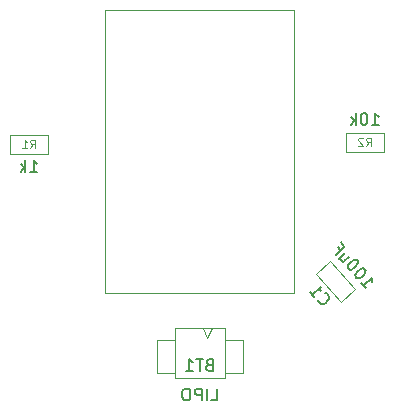
<source format=gbr>
G04 #@! TF.GenerationSoftware,KiCad,Pcbnew,(2017-05-14 revision 14bb238b3)-makepkg*
G04 #@! TF.CreationDate,2017-07-07T13:01:09-06:00*
G04 #@! TF.ProjectId,001,3030312E6B696361645F706362000000,rev?*
G04 #@! TF.FileFunction,Other,Fab,Bot*
%FSLAX46Y46*%
G04 Gerber Fmt 4.6, Leading zero omitted, Abs format (unit mm)*
G04 Created by KiCad (PCBNEW (2017-05-14 revision 14bb238b3)-makepkg) date 07/07/17 13:01:09*
%MOMM*%
%LPD*%
G01*
G04 APERTURE LIST*
%ADD10C,0.100000*%
%ADD11C,0.050000*%
%ADD12C,0.150000*%
%ADD13C,0.105000*%
G04 APERTURE END LIST*
D10*
D11*
X138112020Y-83707360D02*
X138112020Y-59707360D01*
X138104020Y-59707360D02*
X122104020Y-59707360D01*
X122104020Y-59707360D02*
X122104020Y-83707360D01*
X122104020Y-83707360D02*
X138104020Y-83707360D01*
D10*
X139925395Y-82070433D02*
X142066613Y-84448496D01*
X142066613Y-84448496D02*
X143255645Y-83377887D01*
X143255645Y-83377887D02*
X141114427Y-80999824D01*
X141114427Y-80999824D02*
X139925395Y-82070433D01*
X117231720Y-70290960D02*
X114031720Y-70290960D01*
X114031720Y-70290960D02*
X114031720Y-71890960D01*
X114031720Y-71890960D02*
X117231720Y-71890960D01*
X117231720Y-71890960D02*
X117231720Y-70290960D01*
X142479720Y-71713160D02*
X145679720Y-71713160D01*
X145679720Y-71713160D02*
X145679720Y-70113160D01*
X145679720Y-70113160D02*
X142479720Y-70113160D01*
X142479720Y-70113160D02*
X142479720Y-71713160D01*
X130334720Y-86671560D02*
X131134720Y-86671560D01*
X130734720Y-87471560D02*
X130334720Y-86671560D01*
X131134720Y-86671560D02*
X130734720Y-87471560D01*
X133734720Y-90471560D02*
X132234720Y-90471560D01*
X133734720Y-87671560D02*
X133734720Y-90471560D01*
X132234720Y-87671560D02*
X133734720Y-87671560D01*
X126484720Y-90471560D02*
X127984720Y-90471560D01*
X126484720Y-87671560D02*
X126484720Y-90471560D01*
X127984720Y-87671560D02*
X126484720Y-87671560D01*
X127984720Y-90871560D02*
X132234720Y-90871560D01*
X127984720Y-86671560D02*
X127984720Y-90871560D01*
X132234720Y-86671560D02*
X127984720Y-86671560D01*
X132234720Y-90871560D02*
X132234720Y-86671560D01*
D12*
X143776184Y-82838706D02*
X144158545Y-83263360D01*
X143967364Y-83051033D02*
X144710509Y-82381902D01*
X144668072Y-82548268D01*
X144661023Y-82682770D01*
X144689362Y-82785409D01*
X144105105Y-81709533D02*
X144041379Y-81638757D01*
X143942264Y-81599845D01*
X143875013Y-81596320D01*
X143772374Y-81624659D01*
X143598959Y-81716725D01*
X143422020Y-81876042D01*
X143312332Y-82038883D01*
X143273419Y-82137998D01*
X143269895Y-82205249D01*
X143298234Y-82307888D01*
X143361960Y-82378663D01*
X143461075Y-82417576D01*
X143528326Y-82421100D01*
X143630965Y-82392761D01*
X143804380Y-82300696D01*
X143981319Y-82141379D01*
X144091007Y-81978538D01*
X144129920Y-81879423D01*
X144133444Y-81812172D01*
X144105105Y-81709533D01*
X143467838Y-81001776D02*
X143404111Y-80931000D01*
X143304997Y-80892088D01*
X143237746Y-80888563D01*
X143135107Y-80916902D01*
X142961692Y-81008968D01*
X142784753Y-81168285D01*
X142675064Y-81331126D01*
X142636152Y-81430241D01*
X142632628Y-81497492D01*
X142660967Y-81600131D01*
X142724693Y-81670907D01*
X142823808Y-81709819D01*
X142891059Y-81713343D01*
X142993698Y-81685004D01*
X143167113Y-81592939D01*
X143344052Y-81433622D01*
X143453740Y-81270781D01*
X143492652Y-81171666D01*
X143496177Y-81104415D01*
X143467838Y-81001776D01*
X142423539Y-80340123D02*
X141928109Y-80786210D01*
X142710309Y-80658614D02*
X142321043Y-81009111D01*
X142218404Y-81037450D01*
X142119289Y-80998537D01*
X142023699Y-80892374D01*
X141995360Y-80789735D01*
X141998885Y-80722484D01*
X141775698Y-79834120D02*
X141998742Y-80081835D01*
X141609476Y-80432332D02*
X142352620Y-79763201D01*
X142033987Y-79409323D01*
X140136129Y-84257971D02*
X140132605Y-84325222D01*
X140192807Y-84463249D01*
X140256534Y-84534025D01*
X140387512Y-84608325D01*
X140522014Y-84615374D01*
X140624653Y-84587035D01*
X140798068Y-84494970D01*
X140904232Y-84399380D01*
X141013920Y-84236538D01*
X141052832Y-84137424D01*
X141059881Y-84002921D01*
X140999679Y-83864894D01*
X140935952Y-83794119D01*
X140804974Y-83719819D01*
X140737723Y-83716294D01*
X139428086Y-83613941D02*
X139810447Y-84038595D01*
X139619267Y-83826268D02*
X140362411Y-83157137D01*
X140319975Y-83323503D01*
X140312926Y-83458006D01*
X140341265Y-83560645D01*
X115750767Y-73443340D02*
X116322196Y-73443340D01*
X116036481Y-73443340D02*
X116036481Y-72443340D01*
X116131720Y-72586198D01*
X116226958Y-72681436D01*
X116322196Y-72729055D01*
X115322196Y-73443340D02*
X115322196Y-72443340D01*
X115226958Y-73062388D02*
X114941243Y-73443340D01*
X114941243Y-72776674D02*
X115322196Y-73157626D01*
D13*
X115748386Y-71407626D02*
X115981720Y-71074293D01*
X116148386Y-71407626D02*
X116148386Y-70707626D01*
X115881720Y-70707626D01*
X115815053Y-70740960D01*
X115781720Y-70774293D01*
X115748386Y-70840960D01*
X115748386Y-70940960D01*
X115781720Y-71007626D01*
X115815053Y-71040960D01*
X115881720Y-71074293D01*
X116148386Y-71074293D01*
X115081720Y-71407626D02*
X115481720Y-71407626D01*
X115281720Y-71407626D02*
X115281720Y-70707626D01*
X115348386Y-70807626D01*
X115415053Y-70874293D01*
X115481720Y-70907626D01*
D12*
X144674958Y-69465540D02*
X145246386Y-69465540D01*
X144960672Y-69465540D02*
X144960672Y-68465540D01*
X145055910Y-68608398D01*
X145151148Y-68703636D01*
X145246386Y-68751255D01*
X144055910Y-68465540D02*
X143960672Y-68465540D01*
X143865434Y-68513160D01*
X143817815Y-68560779D01*
X143770196Y-68656017D01*
X143722577Y-68846493D01*
X143722577Y-69084588D01*
X143770196Y-69275064D01*
X143817815Y-69370302D01*
X143865434Y-69417921D01*
X143960672Y-69465540D01*
X144055910Y-69465540D01*
X144151148Y-69417921D01*
X144198767Y-69370302D01*
X144246386Y-69275064D01*
X144294005Y-69084588D01*
X144294005Y-68846493D01*
X144246386Y-68656017D01*
X144198767Y-68560779D01*
X144151148Y-68513160D01*
X144055910Y-68465540D01*
X143294005Y-69465540D02*
X143294005Y-68465540D01*
X143198767Y-69084588D02*
X142913053Y-69465540D01*
X142913053Y-68798874D02*
X143294005Y-69179826D01*
D13*
X144196386Y-71229826D02*
X144429720Y-70896493D01*
X144596386Y-71229826D02*
X144596386Y-70529826D01*
X144329720Y-70529826D01*
X144263053Y-70563160D01*
X144229720Y-70596493D01*
X144196386Y-70663160D01*
X144196386Y-70763160D01*
X144229720Y-70829826D01*
X144263053Y-70863160D01*
X144329720Y-70896493D01*
X144596386Y-70896493D01*
X143929720Y-70596493D02*
X143896386Y-70563160D01*
X143829720Y-70529826D01*
X143663053Y-70529826D01*
X143596386Y-70563160D01*
X143563053Y-70596493D01*
X143529720Y-70663160D01*
X143529720Y-70729826D01*
X143563053Y-70829826D01*
X143963053Y-71229826D01*
X143529720Y-71229826D01*
D12*
X131062100Y-92773940D02*
X131538291Y-92773940D01*
X131538291Y-91773940D01*
X130728767Y-92773940D02*
X130728767Y-91773940D01*
X130252577Y-92773940D02*
X130252577Y-91773940D01*
X129871624Y-91773940D01*
X129776386Y-91821560D01*
X129728767Y-91869179D01*
X129681148Y-91964417D01*
X129681148Y-92107274D01*
X129728767Y-92202512D01*
X129776386Y-92250131D01*
X129871624Y-92297750D01*
X130252577Y-92297750D01*
X129062100Y-91773940D02*
X128871624Y-91773940D01*
X128776386Y-91821560D01*
X128681148Y-91916798D01*
X128633529Y-92107274D01*
X128633529Y-92440607D01*
X128681148Y-92631083D01*
X128776386Y-92726321D01*
X128871624Y-92773940D01*
X129062100Y-92773940D01*
X129157339Y-92726321D01*
X129252577Y-92631083D01*
X129300196Y-92440607D01*
X129300196Y-92107274D01*
X129252577Y-91916798D01*
X129157339Y-91821560D01*
X129062100Y-91773940D01*
X130895434Y-89750131D02*
X130752577Y-89797750D01*
X130704958Y-89845369D01*
X130657339Y-89940607D01*
X130657339Y-90083464D01*
X130704958Y-90178702D01*
X130752577Y-90226321D01*
X130847815Y-90273940D01*
X131228767Y-90273940D01*
X131228767Y-89273940D01*
X130895434Y-89273940D01*
X130800196Y-89321560D01*
X130752577Y-89369179D01*
X130704958Y-89464417D01*
X130704958Y-89559655D01*
X130752577Y-89654893D01*
X130800196Y-89702512D01*
X130895434Y-89750131D01*
X131228767Y-89750131D01*
X130371624Y-89273940D02*
X129800196Y-89273940D01*
X130085910Y-90273940D02*
X130085910Y-89273940D01*
X128943053Y-90273940D02*
X129514481Y-90273940D01*
X129228767Y-90273940D02*
X129228767Y-89273940D01*
X129324005Y-89416798D01*
X129419243Y-89512036D01*
X129514481Y-89559655D01*
M02*

</source>
